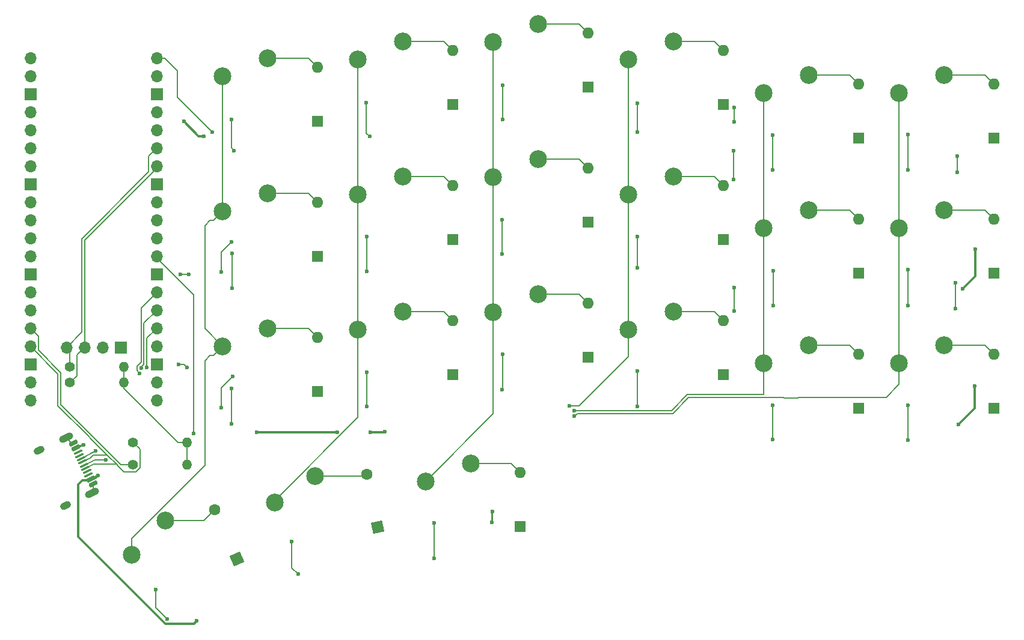
<source format=gbr>
%TF.GenerationSoftware,KiCad,Pcbnew,8.0.8*%
%TF.CreationDate,2025-03-11T20:04:36-04:00*%
%TF.ProjectId,Keyboard,4b657962-6f61-4726-942e-6b696361645f,rev?*%
%TF.SameCoordinates,Original*%
%TF.FileFunction,Copper,L1,Top*%
%TF.FilePolarity,Positive*%
%FSLAX46Y46*%
G04 Gerber Fmt 4.6, Leading zero omitted, Abs format (unit mm)*
G04 Created by KiCad (PCBNEW 8.0.8) date 2025-03-11 20:04:36*
%MOMM*%
%LPD*%
G01*
G04 APERTURE LIST*
G04 Aperture macros list*
%AMRoundRect*
0 Rectangle with rounded corners*
0 $1 Rounding radius*
0 $2 $3 $4 $5 $6 $7 $8 $9 X,Y pos of 4 corners*
0 Add a 4 corners polygon primitive as box body*
4,1,4,$2,$3,$4,$5,$6,$7,$8,$9,$2,$3,0*
0 Add four circle primitives for the rounded corners*
1,1,$1+$1,$2,$3*
1,1,$1+$1,$4,$5*
1,1,$1+$1,$6,$7*
1,1,$1+$1,$8,$9*
0 Add four rect primitives between the rounded corners*
20,1,$1+$1,$2,$3,$4,$5,0*
20,1,$1+$1,$4,$5,$6,$7,0*
20,1,$1+$1,$6,$7,$8,$9,0*
20,1,$1+$1,$8,$9,$2,$3,0*%
%AMHorizOval*
0 Thick line with rounded ends*
0 $1 width*
0 $2 $3 position (X,Y) of the first rounded end (center of the circle)*
0 $4 $5 position (X,Y) of the second rounded end (center of the circle)*
0 Add line between two ends*
20,1,$1,$2,$3,$4,$5,0*
0 Add two circle primitives to create the rounded ends*
1,1,$1,$2,$3*
1,1,$1,$4,$5*%
%AMRotRect*
0 Rectangle, with rotation*
0 The origin of the aperture is its center*
0 $1 length*
0 $2 width*
0 $3 Rotation angle, in degrees counterclockwise*
0 Add horizontal line*
21,1,$1,$2,0,0,$3*%
G04 Aperture macros list end*
%TA.AperFunction,ComponentPad*%
%ADD10O,1.600000X1.600000*%
%TD*%
%TA.AperFunction,ComponentPad*%
%ADD11R,1.600000X1.600000*%
%TD*%
%TA.AperFunction,ComponentPad*%
%ADD12C,2.500000*%
%TD*%
%TA.AperFunction,ComponentPad*%
%ADD13O,1.700000X1.700000*%
%TD*%
%TA.AperFunction,ComponentPad*%
%ADD14R,1.700000X1.700000*%
%TD*%
%TA.AperFunction,ComponentPad*%
%ADD15O,1.400000X1.400000*%
%TD*%
%TA.AperFunction,ComponentPad*%
%ADD16C,1.400000*%
%TD*%
%TA.AperFunction,HeatsinkPad*%
%ADD17HorizOval,1.000000X-0.271223X-0.128212X0.271223X0.128212X0*%
%TD*%
%TA.AperFunction,HeatsinkPad*%
%ADD18HorizOval,1.000000X-0.497241X-0.235056X0.497241X0.235056X0*%
%TD*%
%TA.AperFunction,SMDPad,CuDef*%
%ADD19RoundRect,0.150000X-0.516144X-0.078076X-0.387931X-0.349298X0.516144X0.078076X0.387931X0.349298X0*%
%TD*%
%TA.AperFunction,SMDPad,CuDef*%
%ADD20RoundRect,0.075000X-0.551896X-0.177934X-0.487790X-0.313545X0.551896X0.177934X0.487790X0.313545X0*%
%TD*%
%TA.AperFunction,ComponentPad*%
%ADD21HorizOval,1.600000X0.000000X0.000000X0.000000X0.000000X0*%
%TD*%
%TA.AperFunction,ComponentPad*%
%ADD22RotRect,1.600000X1.600000X113.879000*%
%TD*%
%TA.AperFunction,ComponentPad*%
%ADD23RotRect,1.600000X1.600000X101.940000*%
%TD*%
%TA.AperFunction,ComponentPad*%
%ADD24HorizOval,1.600000X0.000000X0.000000X0.000000X0.000000X0*%
%TD*%
%TA.AperFunction,ViaPad*%
%ADD25C,0.600000*%
%TD*%
%TA.AperFunction,Conductor*%
%ADD26C,0.200000*%
%TD*%
%TA.AperFunction,Conductor*%
%ADD27C,0.350000*%
%TD*%
%TA.AperFunction,Conductor*%
%ADD28C,0.250000*%
%TD*%
G04 APERTURE END LIST*
D10*
%TO.P,D12,2,A*%
%TO.N,Net-(D12-A)*%
X399580000Y-185232000D03*
D11*
%TO.P,D12,1,K*%
%TO.N,Row1-1*%
X399580000Y-192852000D03*
%TD*%
D12*
%TO.P,SW5,2,2*%
%TO.N,Net-(D5-A)*%
X373545000Y-164912000D03*
%TO.P,SW5,1,1*%
%TO.N,Col1-4*%
X367195000Y-167452000D03*
%TD*%
%TO.P,SW18,2,2*%
%TO.N,Net-(D18-A)*%
X392595000Y-203012000D03*
%TO.P,SW18,1,1*%
%TO.N,Col1-5*%
X386245000Y-205552000D03*
%TD*%
%TO.P,SW11,2,2*%
%TO.N,Net-(D11-A)*%
X373545000Y-183962000D03*
%TO.P,SW11,1,1*%
%TO.N,Col1-4*%
X367195000Y-186502000D03*
%TD*%
%TO.P,SW13,2,2*%
%TO.N,Net-(D13-A)*%
X297345000Y-200630000D03*
%TO.P,SW13,1,1*%
%TO.N,Col1-0*%
X290995000Y-203170000D03*
%TD*%
D10*
%TO.P,D13,2,A*%
%TO.N,Net-(D13-A)*%
X304330000Y-201900000D03*
D11*
%TO.P,D13,1,K*%
%TO.N,Row1-2*%
X304330000Y-209520000D03*
%TD*%
D10*
%TO.P,D3,2,A*%
%TO.N,Net-(D3-A)*%
X342430000Y-159038000D03*
D11*
%TO.P,D3,1,K*%
%TO.N,Row1-0*%
X342430000Y-166658000D03*
%TD*%
D12*
%TO.P,SW10,2,2*%
%TO.N,Net-(D10-A)*%
X354495000Y-179199000D03*
%TO.P,SW10,1,1*%
%TO.N,Col1-3*%
X348145000Y-181739000D03*
%TD*%
D13*
%TO.P,Brd1,4,SDA*%
%TO.N,OLED1_sda*%
X268995000Y-203325000D03*
%TO.P,Brd1,3,SCL*%
%TO.N,OLED1_scl*%
X271535000Y-203325000D03*
%TO.P,Brd1,2,VCC*%
%TO.N,+5V*%
X274075000Y-203325000D03*
D14*
%TO.P,Brd1,1,GND*%
%TO.N,GND*%
X276615000Y-203325000D03*
%TD*%
D12*
%TO.P,SW2,2,2*%
%TO.N,Net-(D2-A)*%
X316395000Y-160149000D03*
%TO.P,SW2,1,1*%
%TO.N,Col1-1*%
X310045000Y-162689000D03*
%TD*%
D10*
%TO.P,D10,2,A*%
%TO.N,Net-(D10-A)*%
X361480000Y-180469000D03*
D11*
%TO.P,D10,1,K*%
%TO.N,Row1-1*%
X361480000Y-188089000D03*
%TD*%
D12*
%TO.P,SW20,2,2*%
%TO.N,Net-(D20-A)*%
X304009059Y-221444413D03*
%TO.P,SW20,1,1*%
%TO.N,Col1-1*%
X298321937Y-225243194D03*
%TD*%
D13*
%TO.P,U1,40,VBUS*%
%TO.N,+5V*%
X263915000Y-162530000D03*
%TO.P,U1,39,VSYS*%
%TO.N,unconnected-(U1-VSYS-Pad39)*%
X263915000Y-165070000D03*
D14*
%TO.P,U1,38,GND*%
%TO.N,GND*%
X263915000Y-167610000D03*
D13*
%TO.P,U1,37,3V3_EN*%
%TO.N,unconnected-(U1-3V3_EN-Pad37)*%
X263915000Y-170150000D03*
%TO.P,U1,36,3V3*%
%TO.N,+3.3V*%
X263915000Y-172690000D03*
%TO.P,U1,35,ADC_VREF*%
%TO.N,unconnected-(U1-ADC_VREF-Pad35)*%
X263915000Y-175230000D03*
%TO.P,U1,34,GPIO28_ADC2*%
%TO.N,unconnected-(U1-GPIO28_ADC2-Pad34)*%
X263915000Y-177770000D03*
D14*
%TO.P,U1,33,AGND*%
%TO.N,unconnected-(U1-AGND-Pad33)*%
X263915000Y-180310000D03*
D13*
%TO.P,U1,32,GPIO27_ADC1*%
%TO.N,unconnected-(U1-GPIO27_ADC1-Pad32)*%
X263915000Y-182850000D03*
%TO.P,U1,31,GPIO26_ADC0*%
%TO.N,unconnected-(U1-GPIO26_ADC0-Pad31)*%
X263915000Y-185390000D03*
%TO.P,U1,30,RUN*%
%TO.N,unconnected-(U1-RUN-Pad30)*%
X263915000Y-187930000D03*
%TO.P,U1,29,GPIO22*%
%TO.N,unconnected-(U1-GPIO22-Pad29)*%
X263915000Y-190470000D03*
D14*
%TO.P,U1,28,GND*%
%TO.N,GND*%
X263915000Y-193010000D03*
D13*
%TO.P,U1,27,GPIO21*%
%TO.N,unconnected-(U1-GPIO21-Pad27)*%
X263915000Y-195550000D03*
%TO.P,U1,26,GPIO20*%
%TO.N,unconnected-(U1-GPIO20-Pad26)*%
X263915000Y-198090000D03*
%TO.P,U1,25,GPIO19*%
%TO.N,Jack1_scl*%
X263915000Y-200630000D03*
%TO.P,U1,24,GPIO18*%
%TO.N,Jack1_sda*%
X263915000Y-203170000D03*
D14*
%TO.P,U1,23,GND*%
%TO.N,GND*%
X263915000Y-205710000D03*
D13*
%TO.P,U1,22,GPIO17*%
%TO.N,unconnected-(U1-GPIO17-Pad22)*%
X263915000Y-208250000D03*
%TO.P,U1,21,GPIO16*%
%TO.N,rgb3*%
X263915000Y-210790000D03*
%TO.P,U1,20,GPIO15*%
%TO.N,Col1-5*%
X281695000Y-210790000D03*
%TO.P,U1,19,GPIO14*%
%TO.N,Col1-4*%
X281695000Y-208250000D03*
D14*
%TO.P,U1,18,GND*%
%TO.N,GND*%
X281695000Y-205710000D03*
D13*
%TO.P,U1,17,GPIO13*%
%TO.N,Col1-3*%
X281695000Y-203170000D03*
%TO.P,U1,16,GPIO12*%
%TO.N,Col1-2*%
X281695000Y-200630000D03*
%TO.P,U1,15,GPIO11*%
%TO.N,Col1-1*%
X281695000Y-198090000D03*
%TO.P,U1,14,GPIO10*%
%TO.N,Col1-0*%
X281695000Y-195550000D03*
D14*
%TO.P,U1,13,GND*%
%TO.N,GND*%
X281695000Y-193010000D03*
D13*
%TO.P,U1,12,GPIO9*%
%TO.N,Row1-3*%
X281695000Y-190470000D03*
%TO.P,U1,11,GPIO8*%
%TO.N,Row1-2*%
X281695000Y-187930000D03*
%TO.P,U1,10,GPIO7*%
%TO.N,Row1-1*%
X281695000Y-185390000D03*
%TO.P,U1,9,GPIO6*%
%TO.N,Row1-0*%
X281695000Y-182850000D03*
D14*
%TO.P,U1,8,GND*%
%TO.N,GND*%
X281695000Y-180310000D03*
D13*
%TO.P,U1,7,GPIO5*%
%TO.N,OLED1_scl*%
X281695000Y-177770000D03*
%TO.P,U1,6,GPIO4*%
%TO.N,OLED1_sda*%
X281695000Y-175230000D03*
%TO.P,U1,5,GPIO3*%
%TO.N,unconnected-(U1-GPIO3-Pad5)*%
X281695000Y-172690000D03*
%TO.P,U1,4,GPIO2*%
%TO.N,unconnected-(U1-GPIO2-Pad4)*%
X281695000Y-170150000D03*
D14*
%TO.P,U1,3,GND*%
%TO.N,GND*%
X281695000Y-167610000D03*
D13*
%TO.P,U1,2,GPIO1*%
%TO.N,unconnected-(U1-GPIO1-Pad2)*%
X281695000Y-165070000D03*
%TO.P,U1,1,GPIO0*%
%TO.N,rgb0*%
X281695000Y-162530000D03*
%TD*%
D15*
%TO.P,R2,2*%
%TO.N,+3.3V*%
X277105000Y-206060000D03*
D16*
%TO.P,R2,1*%
%TO.N,OLED1_sda*%
X269485000Y-206060000D03*
%TD*%
D10*
%TO.P,D6,2,A*%
%TO.N,Net-(D6-A)*%
X399580000Y-166182000D03*
D11*
%TO.P,D6,1,K*%
%TO.N,Row1-0*%
X399580000Y-173802000D03*
%TD*%
D15*
%TO.P,R1,2*%
%TO.N,+3.3V*%
X277105000Y-208310000D03*
D16*
%TO.P,R1,1*%
%TO.N,OLED1_scl*%
X269485000Y-208310000D03*
%TD*%
D12*
%TO.P,SW19,2,2*%
%TO.N,Net-(D19-A)*%
X282925938Y-227714290D03*
%TO.P,SW19,1,1*%
%TO.N,Col1-0*%
X278147777Y-232607476D03*
%TD*%
%TO.P,SW7,2,2*%
%TO.N,Net-(D7-A)*%
X297345000Y-181580000D03*
%TO.P,SW7,1,1*%
%TO.N,Col1-0*%
X290995000Y-184120000D03*
%TD*%
%TO.P,SW4,2,2*%
%TO.N,Net-(D4-A)*%
X354495000Y-160149000D03*
%TO.P,SW4,1,1*%
%TO.N,Col1-3*%
X348145000Y-162689000D03*
%TD*%
%TO.P,SW16,2,2*%
%TO.N,Net-(D16-A)*%
X354495000Y-198249000D03*
%TO.P,SW16,1,1*%
%TO.N,Col1-3*%
X348145000Y-200789000D03*
%TD*%
D10*
%TO.P,D11,2,A*%
%TO.N,Net-(D11-A)*%
X380530000Y-185232000D03*
D11*
%TO.P,D11,1,K*%
%TO.N,Row1-1*%
X380530000Y-192852000D03*
%TD*%
D12*
%TO.P,SW3,2,2*%
%TO.N,Net-(D3-A)*%
X335445000Y-157768000D03*
%TO.P,SW3,1,1*%
%TO.N,Col1-2*%
X329095000Y-160308000D03*
%TD*%
%TO.P,SW21,1,1*%
%TO.N,Col1-2*%
X319570000Y-222220000D03*
%TO.P,SW21,2,2*%
%TO.N,Net-(D21-A)*%
X325920000Y-219680000D03*
%TD*%
D10*
%TO.P,D2,2,A*%
%TO.N,Net-(D2-A)*%
X323380000Y-161419000D03*
D11*
%TO.P,D2,1,K*%
%TO.N,Row1-0*%
X323380000Y-169039000D03*
%TD*%
D10*
%TO.P,D7,2,A*%
%TO.N,Net-(D7-A)*%
X304330000Y-182865000D03*
D11*
%TO.P,D7,1,K*%
%TO.N,Row1-1*%
X304330000Y-190485000D03*
%TD*%
D10*
%TO.P,D4,2,A*%
%TO.N,Net-(D4-A)*%
X361480000Y-161419000D03*
D11*
%TO.P,D4,1,K*%
%TO.N,Row1-0*%
X361480000Y-169039000D03*
%TD*%
D15*
%TO.P,R3,2*%
%TO.N,+3.3V*%
X285945000Y-219860000D03*
D16*
%TO.P,R3,1*%
%TO.N,Jack1_scl*%
X278325000Y-219860000D03*
%TD*%
D10*
%TO.P,D1,2,A*%
%TO.N,Net-(D1-A)*%
X304330000Y-163800000D03*
D11*
%TO.P,D1,1,K*%
%TO.N,Row1-0*%
X304330000Y-171420000D03*
%TD*%
D12*
%TO.P,SW8,2,2*%
%TO.N,Net-(D8-A)*%
X316395000Y-179199000D03*
%TO.P,SW8,1,1*%
%TO.N,Col1-1*%
X310045000Y-181739000D03*
%TD*%
D17*
%TO.P,J1,S1,SHIELD*%
%TO.N,GND*%
X268844373Y-225670000D03*
D18*
X272623407Y-223883578D03*
D17*
X265151865Y-217858791D03*
D18*
X268930899Y-216072369D03*
D19*
%TO.P,J1,B12,GND*%
X269988166Y-216811414D03*
%TO.P,J1,B9,VBUS*%
%TO.N,+5V*%
X270330064Y-217534674D03*
D20*
%TO.P,J1,B8,SBU2*%
%TO.N,unconnected-(J1-SBU2-PadB8)*%
X270607857Y-218122323D03*
%TO.P,J1,B7,D-*%
%TO.N,Jack1_scl*%
X271035231Y-219026398D03*
%TO.P,J1,B6,D+*%
%TO.N,Jack1_sda*%
X271676291Y-220382511D03*
%TO.P,J1,B5,CC2*%
%TO.N,unconnected-(J1-CC2-PadB5)*%
X272103665Y-221286586D03*
D19*
%TO.P,J1,B4,VBUS*%
%TO.N,+5V*%
X272381458Y-221874235D03*
%TO.P,J1,B1,GND*%
%TO.N,GND*%
X272723357Y-222597495D03*
%TO.P,J1,A12,GND*%
X272723357Y-222597495D03*
%TO.P,J1,A9,VBUS*%
%TO.N,+5V*%
X272381458Y-221874235D03*
D20*
%TO.P,J1,A8,SBU1*%
%TO.N,unconnected-(J1-SBU1-PadA8)*%
X271889978Y-220834549D03*
%TO.P,J1,A7,D-*%
%TO.N,Jack1_scl*%
X271462605Y-219930473D03*
%TO.P,J1,A6,D+*%
%TO.N,Jack1_sda*%
X271248918Y-219478436D03*
%TO.P,J1,A5,CC1*%
%TO.N,unconnected-(J1-CC1-PadA5)*%
X270821544Y-218574361D03*
D19*
%TO.P,J1,A4,VBUS*%
%TO.N,+5V*%
X270330064Y-217534674D03*
%TO.P,J1,A1,GND*%
%TO.N,GND*%
X269988166Y-216811414D03*
%TD*%
D10*
%TO.P,D14,2,A*%
%TO.N,Net-(D14-A)*%
X323380000Y-199519000D03*
D11*
%TO.P,D14,1,K*%
%TO.N,Row1-2*%
X323380000Y-207139000D03*
%TD*%
D12*
%TO.P,SW9,2,2*%
%TO.N,Net-(D9-A)*%
X335445000Y-176818000D03*
%TO.P,SW9,1,1*%
%TO.N,Col1-2*%
X329095000Y-179358000D03*
%TD*%
%TO.P,SW17,2,2*%
%TO.N,Net-(D17-A)*%
X373545000Y-203012000D03*
%TO.P,SW17,1,1*%
%TO.N,Col1-4*%
X367195000Y-205552000D03*
%TD*%
D21*
%TO.P,D19,2,A*%
%TO.N,Net-(D19-A)*%
X289889358Y-226192823D03*
D22*
%TO.P,D19,1,K*%
%TO.N,Row1-3*%
X292973983Y-233160569D03*
%TD*%
D10*
%TO.P,D16,2,A*%
%TO.N,Net-(D16-A)*%
X361480000Y-199519000D03*
D11*
%TO.P,D16,1,K*%
%TO.N,Row1-2*%
X361480000Y-207139000D03*
%TD*%
D12*
%TO.P,SW15,2,2*%
%TO.N,Net-(D15-A)*%
X335445000Y-195868000D03*
%TO.P,SW15,1,1*%
%TO.N,Col1-2*%
X329095000Y-198408000D03*
%TD*%
D23*
%TO.P,D20,1,K*%
%TO.N,Row1-3*%
X312839721Y-228723755D03*
D24*
%TO.P,D20,2,A*%
%TO.N,Net-(D20-A)*%
X311263240Y-221268615D03*
%TD*%
D10*
%TO.P,D21,2,A*%
%TO.N,Net-(D21-A)*%
X332905000Y-220965000D03*
D11*
%TO.P,D21,1,K*%
%TO.N,Row1-3*%
X332905000Y-228585000D03*
%TD*%
D12*
%TO.P,SW6,2,2*%
%TO.N,Net-(D6-A)*%
X392595000Y-164912000D03*
%TO.P,SW6,1,1*%
%TO.N,Col1-5*%
X386245000Y-167452000D03*
%TD*%
%TO.P,SW14,2,2*%
%TO.N,Net-(D14-A)*%
X316395000Y-198249000D03*
%TO.P,SW14,1,1*%
%TO.N,Col1-1*%
X310045000Y-200789000D03*
%TD*%
D10*
%TO.P,D15,2,A*%
%TO.N,Net-(D15-A)*%
X342430000Y-197138000D03*
D11*
%TO.P,D15,1,K*%
%TO.N,Row1-2*%
X342430000Y-204758000D03*
%TD*%
D10*
%TO.P,D8,2,A*%
%TO.N,Net-(D8-A)*%
X323380000Y-180469000D03*
D11*
%TO.P,D8,1,K*%
%TO.N,Row1-1*%
X323380000Y-188089000D03*
%TD*%
D15*
%TO.P,R4,2*%
%TO.N,+3.3V*%
X285945000Y-216710000D03*
D16*
%TO.P,R4,1*%
%TO.N,Jack1_sda*%
X278325000Y-216710000D03*
%TD*%
D10*
%TO.P,D18,2,A*%
%TO.N,Net-(D18-A)*%
X399580000Y-204282000D03*
D11*
%TO.P,D18,1,K*%
%TO.N,Row1-2*%
X399580000Y-211902000D03*
%TD*%
D10*
%TO.P,D5,2,A*%
%TO.N,Net-(D5-A)*%
X380530000Y-166182000D03*
D11*
%TO.P,D5,1,K*%
%TO.N,Row1-0*%
X380530000Y-173802000D03*
%TD*%
D12*
%TO.P,SW12,2,2*%
%TO.N,Net-(D12-A)*%
X392595000Y-183962000D03*
%TO.P,SW12,1,1*%
%TO.N,Col1-5*%
X386245000Y-186502000D03*
%TD*%
%TO.P,SW1,2,2*%
%TO.N,Net-(D1-A)*%
X297345000Y-162530000D03*
%TO.P,SW1,1,1*%
%TO.N,Col1-0*%
X290995000Y-165070000D03*
%TD*%
D10*
%TO.P,D17,2,A*%
%TO.N,Net-(D17-A)*%
X380530000Y-204282000D03*
D11*
%TO.P,D17,1,K*%
%TO.N,Row1-2*%
X380530000Y-211902000D03*
%TD*%
D10*
%TO.P,D9,2,A*%
%TO.N,Net-(D9-A)*%
X342430000Y-178088000D03*
D11*
%TO.P,D9,1,K*%
%TO.N,Row1-1*%
X342430000Y-185708000D03*
%TD*%
D25*
%TO.N,GND*%
X363010000Y-194930000D03*
%TO.N,Col1-0*%
X279300008Y-207016298D03*
%TO.N,GND*%
X292300000Y-195000000D03*
X285000000Y-193000000D03*
%TO.N,rgb1*%
X290800000Y-192700000D03*
%TO.N,GND*%
X349400000Y-187700000D03*
X300700000Y-230700000D03*
%TO.N,rgb1*%
X394445235Y-178654765D03*
%TO.N,GND*%
X292205000Y-171200000D03*
%TO.N,+5V*%
X311800000Y-215300000D03*
%TO.N,Col1-4*%
X340500000Y-212239997D03*
%TO.N,+5V*%
X288324265Y-173524265D03*
%TO.N,Col1-5*%
X340500000Y-213040000D03*
%TO.N,+5V*%
X271410000Y-217080000D03*
%TO.N,GND*%
X387500000Y-211500000D03*
%TO.N,+5V*%
X287320000Y-241900000D03*
X307100000Y-215300000D03*
%TO.N,GND*%
X349400000Y-192100000D03*
X363000000Y-169500000D03*
%TO.N,+5V*%
X313849265Y-215250735D03*
%TO.N,GND*%
X311300000Y-206800000D03*
X311700000Y-173600000D03*
%TO.N,+5V*%
X397000000Y-189500000D03*
%TO.N,GND*%
X320800000Y-233100000D03*
X330300000Y-185300000D03*
X362910000Y-179700000D03*
X368400000Y-211500000D03*
X387500000Y-173300000D03*
X387500000Y-192400000D03*
X368500000Y-197400000D03*
X349400000Y-173000000D03*
X311300000Y-211700000D03*
X328920000Y-228010000D03*
X330300000Y-209300000D03*
X330400000Y-171200000D03*
X281600000Y-237500000D03*
X368500000Y-192500000D03*
X330400000Y-204300000D03*
%TO.N,Row1-3*%
X286900000Y-215500000D03*
%TO.N,rgb0*%
X289506079Y-172993921D03*
%TO.N,Jack1_scl*%
X274542892Y-219157108D03*
%TO.N,GND*%
X292200000Y-214100000D03*
%TO.N,rgb1*%
X292200000Y-188500000D03*
X394443765Y-176390000D03*
%TO.N,rgb2*%
X394190000Y-197890000D03*
%TO.N,GND*%
X292200000Y-209100000D03*
X349400000Y-168900000D03*
%TO.N,rgb2*%
X290800000Y-211800000D03*
%TO.N,GND*%
X311300000Y-187700000D03*
X301600000Y-235300000D03*
X368400000Y-178300000D03*
X328950000Y-226500000D03*
X362910000Y-175580000D03*
%TO.N,Jack1_scl*%
X273100000Y-217900000D03*
%TO.N,GND*%
X363020000Y-198190000D03*
%TO.N,+5V*%
X395200000Y-195111000D03*
%TO.N,Col1-2*%
X280300008Y-206148072D03*
%TO.N,GND*%
X286000000Y-206148528D03*
%TO.N,rgb2*%
X292400000Y-207460000D03*
%TO.N,GND*%
X286200000Y-193000000D03*
%TO.N,Col1-3*%
X339781174Y-211600000D03*
%TO.N,GND*%
X311300000Y-192600000D03*
X330400000Y-166400000D03*
%TO.N,Col1-1*%
X279502984Y-206217050D03*
%TO.N,GND*%
X387500000Y-178300000D03*
X292300000Y-190100000D03*
X292600000Y-175600000D03*
X330300000Y-190200000D03*
X349400000Y-206700000D03*
%TO.N,+5V*%
X295800000Y-215300000D03*
%TO.N,GND*%
X311200000Y-168800000D03*
%TO.N,+5V*%
X285500000Y-171465000D03*
%TO.N,GND*%
X283200000Y-241600000D03*
X387500000Y-197400000D03*
X284800000Y-205700000D03*
X363000000Y-171500000D03*
X349400000Y-211639997D03*
%TO.N,+5V*%
X394600000Y-214200000D03*
%TO.N,GND*%
X368400000Y-216300000D03*
X368400000Y-173400000D03*
%TO.N,+5V*%
X396900000Y-208800000D03*
X273450000Y-221380000D03*
%TO.N,GND*%
X320800000Y-228100000D03*
X387500000Y-216400000D03*
%TO.N,rgb2*%
X394170000Y-194190000D03*
%TD*%
D26*
%TO.N,GND*%
X368400000Y-178300000D02*
X368400000Y-173400000D01*
%TO.N,Jack1_sda*%
X267800000Y-207055000D02*
X263915000Y-203170000D01*
%TO.N,Net-(D12-A)*%
X398310000Y-183962000D02*
X399580000Y-185232000D01*
D27*
%TO.N,+5V*%
X273109559Y-221720441D02*
X272415983Y-221720441D01*
D26*
%TO.N,rgb0*%
X289506079Y-172993921D02*
X289506078Y-172993921D01*
%TO.N,Net-(D9-A)*%
X335445000Y-176818000D02*
X341160000Y-176818000D01*
%TO.N,Jack1_scl*%
X268200000Y-206889314D02*
X265011016Y-203700330D01*
%TO.N,Col1-5*%
X340748529Y-212839997D02*
X340700003Y-212839997D01*
D27*
%TO.N,+5V*%
X288324265Y-173524265D02*
X287559265Y-173524265D01*
D26*
%TO.N,rgb0*%
X284600000Y-164300000D02*
X282830000Y-162530000D01*
%TO.N,Net-(D13-A)*%
X303060000Y-200630000D02*
X304330000Y-201900000D01*
%TO.N,GND*%
X311200000Y-173100000D02*
X311200000Y-168800000D01*
%TO.N,Col1-4*%
X367195000Y-167452000D02*
X367195000Y-205552000D01*
%TO.N,Col1-0*%
X290950000Y-165115000D02*
X290950000Y-184075000D01*
X290995000Y-165070000D02*
X290950000Y-165115000D01*
%TO.N,Net-(D4-A)*%
X360210000Y-160149000D02*
X361480000Y-161419000D01*
%TO.N,Col1-5*%
X354365689Y-212639997D02*
X340948529Y-212639997D01*
%TO.N,rgb0*%
X284600000Y-168087843D02*
X284600000Y-164300000D01*
%TO.N,Col1-1*%
X310045000Y-200789000D02*
X310045000Y-213216440D01*
%TO.N,Net-(D1-A)*%
X303060000Y-162530000D02*
X304330000Y-163800000D01*
%TO.N,Net-(D19-A)*%
X288367891Y-227714290D02*
X289889358Y-226192823D01*
%TO.N,GND*%
X300700000Y-234400000D02*
X300700000Y-230700000D01*
%TO.N,Jack1_sda*%
X276037157Y-219802843D02*
X274817157Y-218582843D01*
%TO.N,GND*%
X349400000Y-192100000D02*
X349400000Y-187700000D01*
X387500000Y-197400000D02*
X387500000Y-192400000D01*
%TO.N,OLED1_scl*%
X269485000Y-208310000D02*
X270485000Y-207310000D01*
%TO.N,Col1-2*%
X329095000Y-212695000D02*
X329095000Y-198408000D01*
%TO.N,Col1-4*%
X367195000Y-210000000D02*
X356440000Y-210000000D01*
%TO.N,GND*%
X387500000Y-178300000D02*
X387500000Y-173300000D01*
%TO.N,+3.3V*%
X285945000Y-216710000D02*
X284710000Y-216710000D01*
%TO.N,Col1-5*%
X386245000Y-205552000D02*
X386245000Y-167452000D01*
%TO.N,GND*%
X292205000Y-171200000D02*
X292200000Y-171205000D01*
X292200000Y-214100000D02*
X292200000Y-209100000D01*
D27*
%TO.N,+5V*%
X397000000Y-189500000D02*
X397000000Y-193311000D01*
X272381458Y-221874235D02*
X273450000Y-221380000D01*
D26*
%TO.N,GND*%
X349400000Y-211639997D02*
X349400000Y-206700000D01*
%TO.N,Col1-0*%
X290995000Y-184120000D02*
X289680000Y-185435000D01*
%TO.N,Col1-5*%
X384400000Y-210400000D02*
X372020402Y-210400000D01*
%TO.N,GND*%
X362910000Y-179700000D02*
X362910000Y-175580000D01*
%TO.N,OLED1_scl*%
X270485000Y-204375000D02*
X271535000Y-203325000D01*
%TO.N,GND*%
X330300000Y-209300000D02*
X330400000Y-209200000D01*
%TO.N,Net-(D7-A)*%
X303045000Y-181580000D02*
X304330000Y-182865000D01*
%TO.N,Col1-5*%
X370031598Y-210442000D02*
X369989598Y-210400000D01*
%TO.N,GND*%
X311700000Y-173600000D02*
X311200000Y-173100000D01*
X330400000Y-209200000D02*
X330400000Y-204300000D01*
%TO.N,Net-(D20-A)*%
X311087442Y-221444413D02*
X311263240Y-221268615D01*
%TO.N,Col1-0*%
X288500000Y-219948196D02*
X278147777Y-230300419D01*
%TO.N,rgb2*%
X394170000Y-194190000D02*
X394190000Y-194210000D01*
%TO.N,GND*%
X285551472Y-205700000D02*
X286000000Y-206148528D01*
%TO.N,Col1-2*%
X280300008Y-202024992D02*
X281695000Y-200630000D01*
%TO.N,GND*%
X349400000Y-173000000D02*
X349400000Y-168900000D01*
D27*
%TO.N,+5V*%
X287559265Y-173524265D02*
X285500000Y-171465000D01*
D26*
%TO.N,GND*%
X284800000Y-205700000D02*
X285551472Y-205700000D01*
%TO.N,Col1-5*%
X371978402Y-210442000D02*
X370031598Y-210442000D01*
%TO.N,Net-(D4-A)*%
X354495000Y-160149000D02*
X360210000Y-160149000D01*
%TO.N,Jack1_scl*%
X271035231Y-219026398D02*
X273100000Y-217900000D01*
D28*
%TO.N,GND*%
X328920000Y-226530000D02*
X328950000Y-226500000D01*
D26*
%TO.N,Jack1_sda*%
X277085910Y-220860000D02*
X276251595Y-220025685D01*
%TO.N,rgb2*%
X394190000Y-194210000D02*
X394190000Y-197890000D01*
%TO.N,Col1-5*%
X386245000Y-205552000D02*
X386245000Y-208555000D01*
%TO.N,Jack1_scl*%
X265065000Y-201780000D02*
X263915000Y-200630000D01*
%TO.N,Col1-5*%
X369989598Y-210400000D02*
X356605686Y-210400000D01*
X340700003Y-212839997D02*
X340500000Y-213040000D01*
X340948529Y-212639997D02*
X340748529Y-212839997D01*
X356605686Y-210400000D02*
X354365689Y-212639997D01*
%TO.N,Net-(D21-A)*%
X325920000Y-219680000D02*
X331620000Y-219680000D01*
%TO.N,Col1-4*%
X367195000Y-205552000D02*
X367195000Y-210000000D01*
X354200003Y-212239997D02*
X340500000Y-212239997D01*
%TO.N,GND*%
X269669944Y-216811414D02*
X268930899Y-216072369D01*
%TO.N,Jack1_sda*%
X272357157Y-216122843D02*
X272247157Y-216012843D01*
D27*
%TO.N,+5V*%
X396900000Y-211900000D02*
X394600000Y-214200000D01*
D26*
%TO.N,OLED1_scl*%
X271535000Y-188170000D02*
X281695000Y-178010000D01*
X270485000Y-207310000D02*
X270485000Y-204375000D01*
%TO.N,Col1-0*%
X289680000Y-204485000D02*
X289217588Y-204485000D01*
%TO.N,OLED1_scl*%
X281695000Y-178010000D02*
X281695000Y-177770000D01*
%TO.N,Col1-5*%
X386245000Y-208555000D02*
X384400000Y-210400000D01*
X372020402Y-210400000D02*
X371978402Y-210442000D01*
D27*
%TO.N,+5V*%
X397000000Y-193311000D02*
X395200000Y-195111000D01*
D26*
%TO.N,GND*%
X363010000Y-198180000D02*
X363010000Y-194930000D01*
%TO.N,Jack1_scl*%
X268200000Y-211400000D02*
X268200000Y-206889314D01*
%TO.N,Col1-0*%
X288500000Y-186152588D02*
X288500000Y-200675000D01*
%TO.N,Col1-1*%
X279502984Y-206096567D02*
X279900008Y-205699543D01*
%TO.N,Jack1_sda*%
X274791422Y-218557108D02*
X274817157Y-218582843D01*
D27*
%TO.N,+5V*%
X396900000Y-208800000D02*
X396900000Y-211900000D01*
D26*
%TO.N,OLED1_sda*%
X269485000Y-203815000D02*
X268995000Y-203325000D01*
%TO.N,Net-(D11-A)*%
X379260000Y-183962000D02*
X380530000Y-185232000D01*
%TO.N,Col1-0*%
X288500000Y-205202588D02*
X288500000Y-219948196D01*
%TO.N,Net-(D3-A)*%
X335445000Y-157768000D02*
X341160000Y-157768000D01*
%TO.N,GND*%
X363000000Y-169500000D02*
X363000000Y-171500000D01*
%TO.N,rgb2*%
X290800000Y-209060000D02*
X292400000Y-207460000D01*
%TO.N,Col1-4*%
X356440000Y-210000000D02*
X354200003Y-212239997D01*
%TO.N,Net-(D16-A)*%
X354495000Y-198249000D02*
X360210000Y-198249000D01*
%TO.N,Net-(D6-A)*%
X392595000Y-164912000D02*
X398310000Y-164912000D01*
%TO.N,Jack1_scl*%
X271462605Y-219930473D02*
X273050000Y-219160000D01*
%TO.N,Col1-3*%
X339781174Y-211600000D02*
X341164694Y-211600000D01*
%TO.N,GND*%
X272723357Y-222597495D02*
X272723357Y-223783628D01*
%TO.N,Net-(D2-A)*%
X316395000Y-160149000D02*
X322110000Y-160149000D01*
D27*
%TO.N,+5V*%
X272081986Y-222054438D02*
X271249565Y-222054438D01*
D26*
%TO.N,Net-(D15-A)*%
X341160000Y-195868000D02*
X342430000Y-197138000D01*
%TO.N,Net-(D5-A)*%
X373545000Y-164912000D02*
X379260000Y-164912000D01*
%TO.N,Col1-2*%
X329095000Y-198408000D02*
X329095000Y-160308000D01*
%TO.N,GND*%
X301600000Y-235300000D02*
X300700000Y-234400000D01*
D27*
%TO.N,+5V*%
X271410000Y-217080000D02*
X270330064Y-217534674D01*
D26*
%TO.N,rgb1*%
X394443765Y-176390000D02*
X394443765Y-178653295D01*
%TO.N,Jack1_sda*%
X279325000Y-220274214D02*
X278739214Y-220860000D01*
%TO.N,Col1-2*%
X319570000Y-222220000D02*
X329095000Y-212695000D01*
%TO.N,OLED1_sda*%
X280545000Y-176380000D02*
X281695000Y-175230000D01*
X268995000Y-203325000D02*
X271135000Y-201185000D01*
X271135000Y-188004314D02*
X280545000Y-178594314D01*
X280545000Y-178594314D02*
X280545000Y-176380000D01*
X271135000Y-201185000D02*
X271135000Y-188004314D01*
%TO.N,Row1-3*%
X286900000Y-215500000D02*
X286900000Y-195915000D01*
%TO.N,OLED1_sda*%
X269485000Y-206060000D02*
X269485000Y-203815000D01*
%TO.N,GND*%
X292200000Y-175200000D02*
X292600000Y-175600000D01*
X272723357Y-223783628D02*
X272623407Y-223883578D01*
X387500000Y-216400000D02*
X387500000Y-211500000D01*
X368500000Y-197400000D02*
X368500000Y-192500000D01*
%TO.N,Col1-3*%
X348145000Y-204619694D02*
X348145000Y-200789000D01*
%TO.N,Col1-2*%
X280300008Y-206148072D02*
X280300008Y-202024992D01*
%TO.N,GND*%
X330400000Y-171200000D02*
X330400000Y-166400000D01*
%TO.N,rgb1*%
X290800000Y-189900000D02*
X292200000Y-188500000D01*
%TO.N,GND*%
X330300000Y-190200000D02*
X330300000Y-185300000D01*
X292300000Y-195000000D02*
X292300000Y-190100000D01*
X283200000Y-241600000D02*
X281600000Y-240000000D01*
X320800000Y-233100000D02*
X320800000Y-228100000D01*
D28*
X328920000Y-228010000D02*
X328920000Y-226530000D01*
D26*
X363020000Y-198190000D02*
X363010000Y-198180000D01*
%TO.N,Jack1_sda*%
X272732892Y-218557108D02*
X274791422Y-218557108D01*
%TO.N,Col1-1*%
X310045000Y-200789000D02*
X310045000Y-162689000D01*
%TO.N,Net-(D3-A)*%
X341160000Y-157768000D02*
X342430000Y-159038000D01*
%TO.N,GND*%
X292200000Y-171205000D02*
X292200000Y-175200000D01*
X368400000Y-216300000D02*
X368400000Y-211500000D01*
X269988166Y-216811414D02*
X269669944Y-216811414D01*
%TO.N,+3.3V*%
X277105000Y-206060000D02*
X277105000Y-208310000D01*
%TO.N,Net-(D7-A)*%
X297345000Y-181580000D02*
X303045000Y-181580000D01*
%TO.N,Col1-1*%
X298321937Y-224939503D02*
X298321937Y-225243194D01*
X310045000Y-213216440D02*
X298321937Y-224939503D01*
%TO.N,Jack1_sda*%
X276251595Y-220017281D02*
X276037157Y-219802843D01*
%TO.N,Net-(D2-A)*%
X322110000Y-160149000D02*
X323380000Y-161419000D01*
%TO.N,GND*%
X281600000Y-240000000D02*
X281600000Y-237500000D01*
%TO.N,Net-(D1-A)*%
X297345000Y-162530000D02*
X303060000Y-162530000D01*
%TO.N,Net-(D5-A)*%
X379260000Y-164912000D02*
X380530000Y-166182000D01*
%TO.N,Col1-1*%
X279900008Y-199884992D02*
X281695000Y-198090000D01*
%TO.N,Net-(D8-A)*%
X322110000Y-179199000D02*
X323380000Y-180469000D01*
%TO.N,Net-(D16-A)*%
X360210000Y-198249000D02*
X361480000Y-199519000D01*
%TO.N,Net-(D9-A)*%
X341160000Y-176818000D02*
X342430000Y-178088000D01*
%TO.N,GND*%
X311300000Y-211700000D02*
X311300000Y-206800000D01*
%TO.N,Net-(D10-A)*%
X354495000Y-179199000D02*
X360210000Y-179199000D01*
%TO.N,Jack1_sda*%
X279325000Y-217710000D02*
X279325000Y-220274214D01*
%TO.N,Net-(D10-A)*%
X360210000Y-179199000D02*
X361480000Y-180469000D01*
%TO.N,Net-(D11-A)*%
X373545000Y-183962000D02*
X379260000Y-183962000D01*
%TO.N,Net-(D12-A)*%
X392595000Y-183962000D02*
X398310000Y-183962000D01*
%TO.N,Net-(D8-A)*%
X316395000Y-179199000D02*
X322110000Y-179199000D01*
%TO.N,Net-(D13-A)*%
X297345000Y-200630000D02*
X303060000Y-200630000D01*
%TO.N,Net-(D14-A)*%
X322110000Y-198249000D02*
X323380000Y-199519000D01*
%TO.N,Net-(D15-A)*%
X335445000Y-195868000D02*
X341160000Y-195868000D01*
%TO.N,Col1-0*%
X278147777Y-230300419D02*
X278147777Y-232607476D01*
%TO.N,Net-(D17-A)*%
X379260000Y-203012000D02*
X380530000Y-204282000D01*
X373545000Y-203012000D02*
X379260000Y-203012000D01*
%TO.N,Net-(D18-A)*%
X392595000Y-203012000D02*
X398310000Y-203012000D01*
X398310000Y-203012000D02*
X399580000Y-204282000D01*
%TO.N,Net-(D19-A)*%
X282925938Y-227714290D02*
X288367891Y-227714290D01*
%TO.N,Col1-0*%
X278902984Y-206619274D02*
X278902984Y-205968521D01*
X279500008Y-205371497D02*
X279500008Y-197744992D01*
X288500000Y-200675000D02*
X290995000Y-203170000D01*
X290950000Y-184075000D02*
X290995000Y-184120000D01*
X278902984Y-205968521D02*
X279500008Y-205371497D01*
X279500008Y-197744992D02*
X281695000Y-195550000D01*
X289217588Y-185435000D02*
X288500000Y-186152588D01*
X289680000Y-185435000D02*
X289217588Y-185435000D01*
%TO.N,Net-(D20-A)*%
X304009059Y-221444413D02*
X311087442Y-221444413D01*
%TO.N,Col1-0*%
X289217588Y-204485000D02*
X288500000Y-205202588D01*
%TO.N,Net-(D14-A)*%
X316395000Y-198249000D02*
X322110000Y-198249000D01*
%TO.N,Col1-3*%
X341164694Y-211600000D02*
X348145000Y-204619694D01*
%TO.N,Col1-1*%
X279502984Y-206217050D02*
X279502984Y-206096567D01*
X279900008Y-205699543D02*
X279900008Y-199884992D01*
%TO.N,Col1-0*%
X279300008Y-207016298D02*
X278902984Y-206619274D01*
X290995000Y-203170000D02*
X289680000Y-204485000D01*
%TO.N,Jack1_scl*%
X273050000Y-219160000D02*
X273052892Y-219157108D01*
X265065000Y-203646346D02*
X265065000Y-201780000D01*
X276651595Y-219860000D02*
X276651595Y-219851595D01*
X278325000Y-219860000D02*
X276651595Y-219860000D01*
X273052892Y-219157108D02*
X274542892Y-219157108D01*
%TO.N,Jack1_sda*%
X267800000Y-211565686D02*
X267800000Y-207055000D01*
X272360000Y-218930000D02*
X271248918Y-219478436D01*
%TO.N,Jack1_scl*%
X265011016Y-203700330D02*
X265065000Y-203646346D01*
%TO.N,Jack1_sda*%
X271676291Y-220382511D02*
X272880000Y-219800000D01*
X276251595Y-220025685D02*
X276251595Y-220017281D01*
X272880000Y-219800000D02*
X276037157Y-219802843D01*
X272247157Y-216012843D02*
X267800000Y-211565686D01*
%TO.N,Net-(D21-A)*%
X331620000Y-219680000D02*
X332905000Y-220965000D01*
%TO.N,Jack1_sda*%
X278325000Y-216710000D02*
X279325000Y-217710000D01*
X272360000Y-218930000D02*
X272732892Y-218557108D01*
X274817157Y-218582843D02*
X272357157Y-216122843D01*
X278739214Y-220860000D02*
X277085910Y-220860000D01*
%TO.N,OLED1_scl*%
X271535000Y-203325000D02*
X271535000Y-188170000D01*
%TO.N,rgb2*%
X290800000Y-211800000D02*
X290800000Y-209060000D01*
%TO.N,+3.3V*%
X285945000Y-216710000D02*
X285945000Y-219860000D01*
%TO.N,GND*%
X311300000Y-192600000D02*
X311300000Y-187700000D01*
%TO.N,rgb1*%
X394443765Y-178653295D02*
X394445235Y-178654765D01*
%TO.N,+3.3V*%
X284710000Y-216710000D02*
X277105000Y-209105000D01*
X277105000Y-209105000D02*
X277105000Y-208310000D01*
%TO.N,Jack1_scl*%
X276651595Y-219851595D02*
X268200000Y-211400000D01*
%TO.N,rgb0*%
X282830000Y-162530000D02*
X281695000Y-162530000D01*
X289506078Y-172993921D02*
X284600000Y-168087843D01*
%TO.N,Net-(D6-A)*%
X398310000Y-164912000D02*
X399580000Y-166182000D01*
D27*
%TO.N,+5V*%
X282920405Y-242275000D02*
X286945000Y-242275000D01*
D26*
%TO.N,rgb1*%
X290800000Y-192700000D02*
X290800000Y-189900000D01*
%TO.N,GND*%
X285000000Y-193000000D02*
X286200000Y-193000000D01*
%TO.N,Col1-3*%
X348145000Y-200789000D02*
X348145000Y-162689000D01*
%TO.N,Row1-3*%
X286900000Y-195915000D02*
X281695000Y-190710000D01*
X281695000Y-190710000D02*
X281695000Y-190470000D01*
D27*
%TO.N,+5V*%
X273450000Y-221380000D02*
X273109559Y-221720441D01*
X286945000Y-242275000D02*
X287320000Y-241900000D01*
X270660000Y-230014595D02*
X282920405Y-242275000D01*
X271249565Y-222054438D02*
X270660000Y-222644003D01*
X272415983Y-221720441D02*
X272081986Y-222054438D01*
X270660000Y-222644003D02*
X270660000Y-230014595D01*
X295800000Y-215300000D02*
X307100000Y-215300000D01*
X313849265Y-215250735D02*
X313800000Y-215300000D01*
X313800000Y-215300000D02*
X311800000Y-215300000D01*
%TD*%
M02*

</source>
